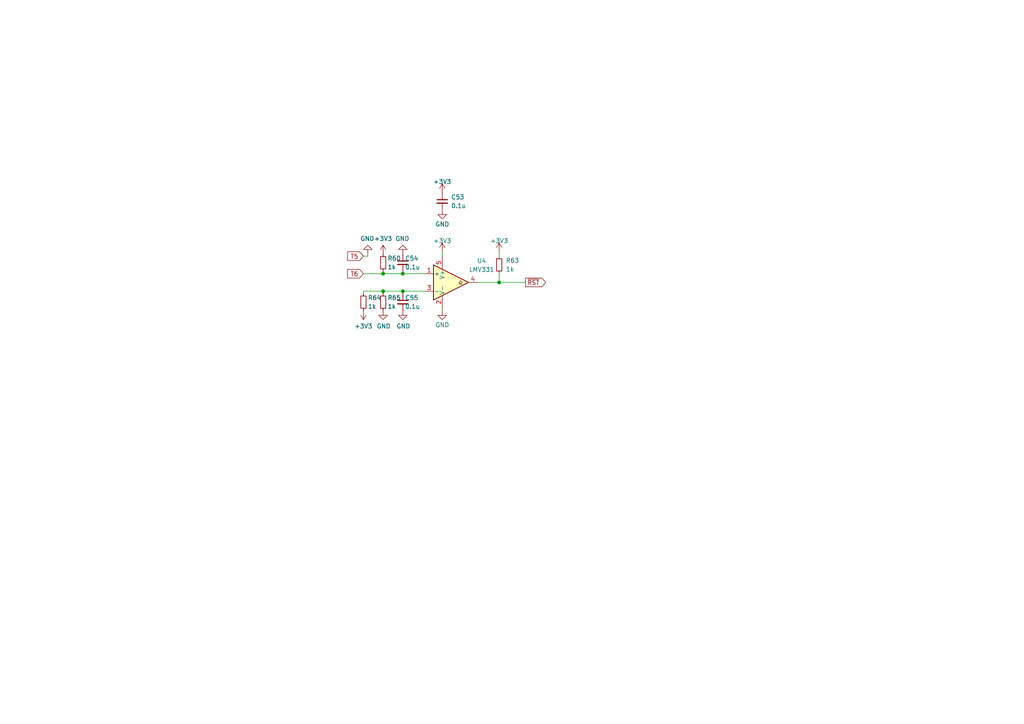
<source format=kicad_sch>
(kicad_sch (version 20231120) (generator "eeschema") (generator_version "8.0")
  (paper "A4")
  (lib_symbols
    (symbol "Comparator:LMV331" (pin_names (offset 0.127))
      (property "Reference" "U" (at 1.27 5.08 0))
      (property "Value" "LMV331" (at 3.81 -5.08 0))
      (symbol "LMV331_0_1"
        (polyline (pts (xy -5.08 5.08) (xy 5.08 0) (xy -5.08 -5.08) (xy -5.08 5.08)) (stroke (width 0.254)) (fill (type background)))
        (polyline (pts (xy 3.302 -0.508) (xy 2.794 -0.508) (xy 3.302 0) (xy 2.794 0.508) (xy 2.286 0) (xy 2.794 -0.508) (xy 2.286 -0.508)) (stroke (width 0.127)))
      )
      (symbol "LMV331_1_1"
        (pin input line (at -7.62 2.54 0) (length 2.54) (name "+") (number "1"))
        (pin power_in line (at -2.54 -7.62 90) (length 3.81) (name "V-") (number "2"))
        (pin input line (at -7.62 -2.54 0) (length 2.54) (name "-") (number "3"))
        (pin open_collector line (at 7.62 0 180) (length 2.54) (name "~") (number "4"))
        (pin power_in line (at -2.54 7.62 270) (length 3.81) (name "V+") (number "5"))
      )
    )
    (symbol "Device:C_Small" (pin_numbers hide) (pin_names (offset 0.254) hide)
      (property "Reference" "C" (at 0.254 1.778 0))
      (property "Value" "C_Small" (at 0.254 -2.032 0))
      (symbol "C_Small_0_1"
        (polyline (pts (xy -1.524 -0.508) (xy 1.524 -0.508)) (stroke (width 0.3302)))
        (polyline (pts (xy -1.524 0.508) (xy 1.524 0.508)) (stroke (width 0.3048)))
      )
      (symbol "C_Small_1_1"
        (pin passive line (at 0 2.54 270) (length 2.032) (name "~") (number "1"))
        (pin passive line (at 0 -2.54 90) (length 2.032) (name "~") (number "2"))
      )
    )
    (symbol "Device:R_Small" (pin_numbers hide) (pin_names (offset 0.254) hide)
      (property "Reference" "R" (at 0.762 0.508 0))
      (property "Value" "R_Small" (at 0.762 -1.016 0))
      (symbol "R_Small_0_1"
        (rectangle (start -0.762 1.778) (end 0.762 -1.778) (stroke (width 0.2032)))
      )
      (symbol "R_Small_1_1"
        (pin passive line (at 0 2.54 270) (length 0.762) (name "~") (number "1"))
        (pin passive line (at 0 -2.54 90) (length 0.762) (name "~") (number "2"))
      )
    )
    (symbol "power:+3.3V" (power) (pin_names (offset 0))
      (property "Value" "+3.3V" (at 0 3.556 0))
      (symbol "+3.3V_0_1"
        (polyline (pts (xy -0.762 1.27) (xy 0 2.54)))
        (polyline (pts (xy 0 0) (xy 0 2.54)))
        (polyline (pts (xy 0 2.54) (xy 0.762 1.27)))
      )
      (symbol "+3.3V_1_1"
        (pin power_in line (at 0 0 90) (length 0) hide (name "+3V3") (number "1"))
      )
    )
    (symbol "power:GND" (power) (pin_names (offset 0))
      (property "Value" "GND" (at 0 -3.81 0))
      (symbol "GND_0_1"
        (polyline (pts (xy 0 0) (xy 0 -1.27) (xy 1.27 -1.27) (xy 0 -2.54) (xy -1.27 -1.27) (xy 0 -1.27)))
      )
      (symbol "GND_1_1"
        (pin power_in line (at 0 0 270) (length 0) hide (name "GND") (number "1"))
      )
    )
  )
  (junction (at 111.125 84.455))
  (junction (at 116.84 84.455))
  (junction (at 111.125 79.375))
  (junction (at 116.84 79.375))
  (junction (at 144.78 81.915))
  (wire (pts (xy 111.125 84.455) (xy 116.84 84.455)))
  (wire (pts (xy 111.125 84.455) (xy 111.125 85.09)))
  (wire (pts (xy 138.43 81.915) (xy 144.78 81.915)))
  (wire (pts (xy 105.41 79.375) (xy 111.125 79.375)))
  (wire (pts (xy 128.27 90.17) (xy 128.27 89.535)))
  (wire (pts (xy 111.125 78.74) (xy 111.125 79.375)))
  (wire (pts (xy 116.84 84.455) (xy 123.19 84.455)))
  (wire (pts (xy 105.41 84.455) (xy 105.41 85.09)))
  (wire (pts (xy 128.27 73.025) (xy 128.27 74.295)))
  (wire (pts (xy 116.84 79.375) (xy 116.84 78.74)))
  (wire (pts (xy 105.41 84.455) (xy 111.125 84.455)))
  (wire (pts (xy 116.84 85.09) (xy 116.84 84.455)))
  (wire (pts (xy 123.19 79.375) (xy 116.84 79.375)))
  (wire (pts (xy 106.68 74.295) (xy 106.68 73.66)))
  (wire (pts (xy 105.41 74.295) (xy 106.68 74.295)))
  (wire (pts (xy 144.78 81.915) (xy 152.4 81.915)))
  (wire (pts (xy 111.125 79.375) (xy 116.84 79.375)))
  (wire (pts (xy 144.78 81.915) (xy 144.78 79.375)))
  (wire (pts (xy 144.78 74.295) (xy 144.78 73.025)))
  (global_label "T5" (shape input) (at 105.41 74.295 180) (property "Intersheetrefs" "${INTERSHEET_REFS}" (effects (hide yes))))
  (global_label "T6" (shape input) (at 105.41 79.375 180) (property "Intersheetrefs" "${INTERSHEET_REFS}" (effects (hide yes))))
  (global_label "~{RST}" (shape output) (at 152.4 81.915 0) (property "Intersheetrefs" "${INTERSHEET_REFS}" (effects (hide yes))))
  (symbol (lib_id "power:+3.3V") (at 111.125 73.66 0) (unit 1)
    (property "Reference" "#PWR082" (effects (hide yes)))
    (property "Value" "+3V3" (at 111.125 69.215 0))
    (instances (project "Adapter" (path "" (reference "#PWR082") (unit 1)) (path "" (reference "#PWR061") (unit 1)) (path "" (reference "#PWR093") (unit 1))))
  )
  (symbol (lib_id "Comparator:LMV331") (at 130.81 81.915 0) (unit 1)
    (property "Reference" "U4" (at 139.7 75.6555 0))
    (property "Value" "LMV331" (at 139.7 78.1955 0))
    (property "Footprint" "Package_TO_SOT_SMD:SOT-23-5_HandSoldering" (effects (hide yes)))
    (property "Datasheet" "http://www.ti.com/lit/ds/symlink/lmv331.pdf" (effects (hide yes)))
    (property "Description" "Single General-Purpose Low-Voltage Comparator, SOT-23-5/SC-70-5" (effects (hide yes)))
    (instances (project "Adapter" (path "" (reference "U4") (unit 1)) (path "" (reference "U6") (unit 1))))
  )
  (symbol (lib_id "power:GND") (at 128.27 60.96 0) (unit 1)
    (property "Reference" "#PWR075" (effects (hide yes)))
    (property "Value" "GND" (at 126.238 65.024 0) (effects (justify left)))
    (instances (project "Adapter" (path "" (reference "#PWR075") (unit 1)) (path "" (reference "#PWR068") (unit 1)) (path "" (reference "#PWR089") (unit 1))))
  )
  (symbol (lib_id "power:GND") (at 116.84 73.66 180) (unit 1)
    (property "Reference" "#PWR083" (effects (hide yes)))
    (property "Value" "GND" (at 118.745 69.215 0) (effects (justify left)))
    (instances (project "Adapter" (path "" (reference "#PWR083") (unit 1)) (path "" (reference "#PWR071") (unit 1)) (path "" (reference "#PWR094") (unit 1))))
  )
  (symbol (lib_id "power:+3.3V") (at 128.27 73.025 0) (unit 1)
    (property "Reference" "#PWR076" (effects (hide yes)))
    (property "Value" "+3V3" (at 128.27 69.85 0))
    (instances (project "Adapter" (path "" (reference "#PWR076") (unit 1)) (path "" (reference "#PWR066") (unit 1)) (path "" (reference "#PWR090") (unit 1))))
  )
  (symbol (lib_id "power:+3.3V") (at 105.41 90.17 180) (unit 1)
    (property "Reference" "#PWR084" (effects (hide yes)))
    (property "Value" "+3V3" (at 105.41 94.615 0))
    (instances (project "Adapter" (path "" (reference "#PWR084") (unit 1)) (path "" (reference "#PWR070") (unit 1)) (path "" (reference "#PWR095") (unit 1))))
  )
  (symbol (lib_id "power:GND") (at 111.125 90.17 0) (unit 1)
    (property "Reference" "#PWR085" (effects (hide yes)))
    (property "Value" "GND" (at 109.22 94.615 0) (effects (justify left)))
    (instances (project "Adapter" (path "" (reference "#PWR085") (unit 1)) (path "" (reference "#PWR064") (unit 1)) (path "" (reference "#PWR096") (unit 1))))
  )
  (symbol (lib_id "Device:R_Small") (at 105.41 87.63 180) (unit 1)
    (property "Reference" "R64" (at 106.68 86.36 0) (effects (justify right)))
    (property "Value" "1k" (at 106.68 88.9 0) (effects (justify right)))
    (property "Footprint" "Resistor_SMD:R_0805_2012Metric_Pad1.20x1.40mm_HandSolder" (effects (hide yes)))
    (property "Description" "Resistor, small symbol" (effects (hide yes)))
    (instances (project "Adapter" (path "" (reference "R64") (unit 1)) (path "" (reference "R58") (unit 1)) (path "" (reference "R75") (unit 1))))
  )
  (symbol (lib_id "power:+3.3V") (at 128.27 55.88 0) (unit 1)
    (property "Reference" "#PWR072" (effects (hide yes)))
    (property "Value" "+3V3" (at 128.27 52.705 0))
    (instances (project "Adapter" (path "" (reference "#PWR072") (unit 1)) (path "" (reference "#PWR067") (unit 1)) (path "" (reference "#PWR088") (unit 1))))
  )
  (symbol (lib_id "Device:R_Small") (at 111.125 76.2 0) (unit 1)
    (property "Reference" "R60" (at 112.395 74.93 0) (effects (justify left)))
    (property "Value" "1k" (at 112.395 77.47 0) (effects (justify left)))
    (property "Footprint" "Resistor_SMD:R_0805_2012Metric_Pad1.20x1.40mm_HandSolder" (effects (hide yes)))
    (property "Description" "Resistor, small symbol" (effects (hide yes)))
    (instances (project "Adapter" (path "" (reference "R60") (unit 1)) (path "" (reference "R70") (unit 1))))
  )
  (symbol (lib_id "Device:C_Small") (at 116.84 87.63 0) (unit 1)
    (property "Reference" "C55" (at 117.475 86.36 0) (effects (justify left)))
    (property "Value" "0.1u" (at 117.475 88.9 0) (effects (justify left)))
    (property "Footprint" "Capacitor_SMD:C_0805_2012Metric_Pad1.18x1.45mm_HandSolder" (effects (hide yes)))
    (property "Description" "Unpolarized capacitor, small symbol" (effects (hide yes)))
    (instances (project "Adapter" (path "" (reference "C55") (unit 1)) (path "" (reference "C50") (unit 1)) (path "" (reference "C76") (unit 1))))
  )
  (symbol (lib_id "Device:R_Small") (at 111.125 87.63 0) (unit 1)
    (property "Reference" "R65" (at 112.395 86.36 0) (effects (justify left)))
    (property "Value" "1k" (at 112.395 88.9 0) (effects (justify left)))
    (property "Footprint" "Resistor_SMD:R_0805_2012Metric_Pad1.20x1.40mm_HandSolder" (effects (hide yes)))
    (property "Description" "Resistor, small symbol" (effects (hide yes)))
    (instances (project "Adapter" (path "" (reference "R65") (unit 1)) (path "" (reference "R59") (unit 1)) (path "" (reference "R76") (unit 1))))
  )
  (symbol (lib_id "power:GND") (at 128.27 90.17 0) (unit 1)
    (property "Reference" "#PWR087" (effects (hide yes)))
    (property "Value" "GND" (at 126.238 94.234 0) (effects (justify left)))
    (instances (project "Adapter" (path "" (reference "#PWR087") (unit 1)) (path "" (reference "#PWR065") (unit 1)) (path "" (reference "#PWR098") (unit 1))))
  )
  (symbol (lib_id "power:GND") (at 116.84 90.17 0) (unit 1)
    (property "Reference" "#PWR086" (effects (hide yes)))
    (property "Value" "GND" (at 114.935 94.615 0) (effects (justify left)))
    (instances (project "Adapter" (path "" (reference "#PWR086") (unit 1)) (path "" (reference "#PWR069") (unit 1)) (path "" (reference "#PWR097") (unit 1))))
  )
  (symbol (lib_id "power:+3.3V") (at 144.78 73.025 0) (unit 1)
    (property "Reference" "#PWR079" (effects (hide yes)))
    (property "Value" "+3V3" (at 144.78 69.85 0))
    (instances (project "Adapter" (path "" (reference "#PWR079") (unit 1)) (path "" (reference "#PWR063") (unit 1)) (path "" (reference "#PWR091") (unit 1))))
  )
  (symbol (lib_id "Device:R_Small") (at 144.78 76.835 0) (unit 1)
    (property "Reference" "R63" (at 146.685 75.565 0) (effects (justify left)))
    (property "Value" "1k" (at 146.685 78.105 0) (effects (justify left)))
    (property "Footprint" "Resistor_SMD:R_0805_2012Metric_Pad1.20x1.40mm_HandSolder" (effects (hide yes)))
    (property "Description" "Resistor, small symbol" (effects (hide yes)))
    (instances (project "Adapter" (path "" (reference "R63") (unit 1)) (path "" (reference "R57") (unit 1)) (path "" (reference "R72") (unit 1))))
  )
  (symbol (lib_id "power:GND") (at 106.68 73.66 180) (unit 1)
    (property "Reference" "#PWR080" (effects (hide yes)))
    (property "Value" "GND" (at 108.585 69.215 0) (effects (justify left)))
    (instances (project "Adapter" (path "" (reference "#PWR080") (unit 1)) (path "" (reference "#PWR062") (unit 1)) (path "" (reference "#PWR092") (unit 1))))
  )
  (symbol (lib_id "Device:C_Small") (at 116.84 76.2 0) (unit 1)
    (property "Reference" "C54" (at 117.475 74.93 0) (effects (justify left)))
    (property "Value" "0.1u" (at 117.475 77.47 0) (effects (justify left)))
    (property "Footprint" "Capacitor_SMD:C_0805_2012Metric_Pad1.18x1.45mm_HandSolder" (effects (hide yes)))
    (property "Description" "Unpolarized capacitor, small symbol" (effects (hide yes)))
    (instances (project "Adapter" (path "" (reference "C54") (unit 1)) (path "" (reference "C52") (unit 1)) (path "" (reference "C75") (unit 1))))
  )
  (symbol (lib_id "Device:C_Small") (at 128.27 58.42 0) (unit 1)
    (property "Reference" "C53" (at 130.81 57.1563 0) (effects (justify left)))
    (property "Value" "0.1u" (at 130.81 59.6963 0) (effects (justify left)))
    (property "Footprint" "Capacitor_SMD:C_0805_2012Metric_Pad1.18x1.45mm_HandSolder" (effects (hide yes)))
    (property "Description" "Unpolarized capacitor, small symbol" (effects (hide yes)))
    (instances (project "Adapter" (path "" (reference "C53") (unit 1)) (path "" (reference "C51") (unit 1)) (path "" (reference "C56") (unit 1))))
  )
)
</source>
